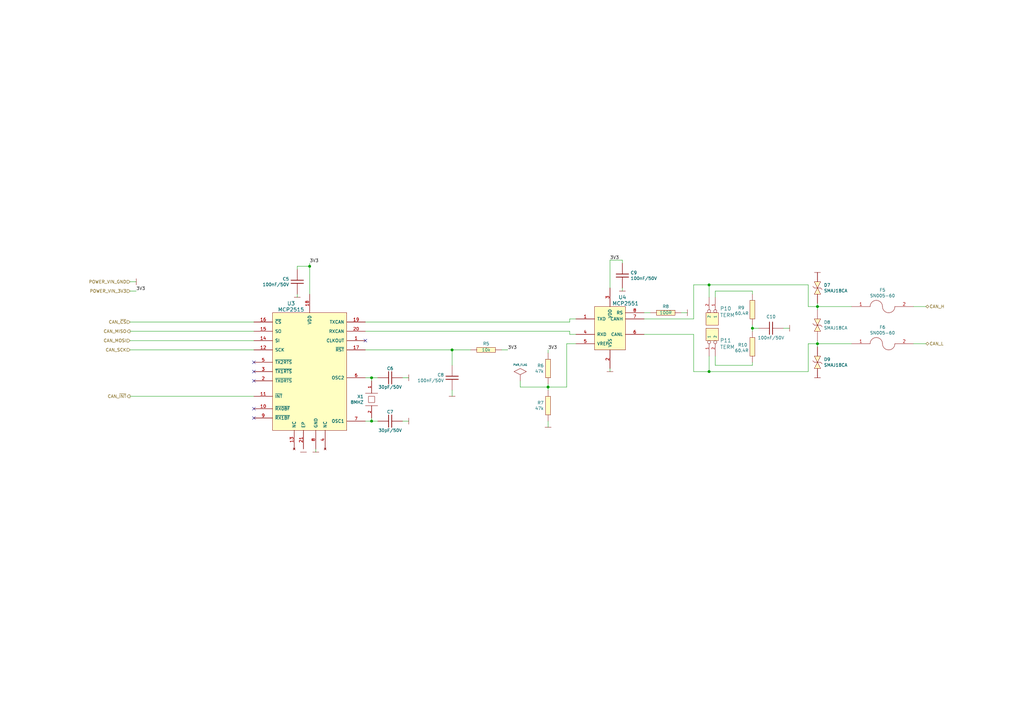
<source format=kicad_sch>
(kicad_sch (version 20210406) (generator eeschema)
  (paper "A3")
  (title_block (title "Standalone CAN BUS to SPI based on MCP2515 and") (date "2021-04-10") (rev "V1.0"))
  (lib_symbols
    (symbol "Capacitors_Smd0603:100n" (pin_numbers hide) (pin_names (offset 0.254))
      (property "Reference" "C" (at 1.27 2.54 0))
      (property "Value" "100n" (at 1.27 -2.54 0))
      (symbol "100n_0_1"
        (polyline (pts (xy 2.54 -0.635) (xy -2.54 -0.635) (xy -2.54 -0.635)) (stroke (width 0.3048)))
        (polyline (pts (xy 2.54 0.635) (xy -2.54 0.635) (xy -2.54 0.635)) (stroke (width 0.3048)))
      )
      (symbol "100n_1_1"
        (pin passive line (at 0 5.08 270) (length 4.4704) (name "~") (number "1"))
        (pin passive line (at 0 -5.08 90) (length 4.4704) (name "~") (number "2"))
      )
    )
    (symbol "Capacitors_Smd0603:100nF_0603" (pin_numbers hide) (pin_names (offset 0.254))
      (property "Reference" "C" (at 1.27 2.54 0))
      (property "Value" "Capacitors_Smd0603_100nF_0603" (at 1.27 -2.54 0))
      (symbol "100nF_0603_0_1"
        (polyline (pts (xy 2.54 -0.635) (xy -2.54 -0.635) (xy -2.54 -0.635)) (stroke (width 0.3048)))
        (polyline (pts (xy 2.54 0.635) (xy -2.54 0.635) (xy -2.54 0.635)) (stroke (width 0.3048)))
      )
      (symbol "100nF_0603_1_1"
        (pin passive line (at 0 5.08 270) (length 4.4704) (name "~") (number "1"))
        (pin passive line (at 0 -5.08 90) (length 4.4704) (name "~") (number "2"))
      )
    )
    (symbol "Capacitors_Smd0603:30pF_0603" (pin_numbers hide) (pin_names (offset 1.016) hide)
      (property "Reference" "C" (at 2.54 2.54 0))
      (property "Value" "30pF_0603" (at -3.81 0 90))
      (symbol "30pF_0603_1_1"
        (polyline (pts (xy 2.54 -0.635) (xy -2.54 -0.635) (xy -2.54 -0.635)) (stroke (width 0.3048)))
        (polyline (pts (xy 2.54 0.635) (xy -2.54 0.635) (xy -2.54 0.635)) (stroke (width 0.3048)))
        (pin passive line (at 0 5.08 270) (length 4.4704) (name "~") (number "1"))
        (pin passive line (at 0 -5.08 90) (length 4.4704) (name "~") (number "2"))
      )
    )
    (symbol "Communication_Interfaces:MCP2515" (pin_names (offset 1.016))
      (property "Reference" "U" (at 7.62 25.4 0))
      (property "Value" "MCP2515" (at 7.62 27.94 0))
      (symbol "MCP2515_0_1"
        (rectangle (start -15.24 24.13) (end 15.24 -24.13) (fill (type background)))
      )
      (symbol "MCP2515_1_1"
        (pin output line (at -22.86 12.7 0) (length 7.62) (name "CLKOUT") (number "1"))
        (pin output line (at 22.86 -15.24 180) (length 7.62) (name "~RX0BF") (number "10"))
        (pin output line (at 22.86 -10.16 180) (length 7.62) (name "~INT") (number "11"))
        (pin input line (at 22.86 8.89 180) (length 7.62) (name "SCK") (number "12"))
        (pin no_connect line (at 6.35 -31.75 90) (length 7.62) (name "NC") (number "13"))
        (pin input line (at 22.86 12.7 180) (length 7.62) (name "SI") (number "14"))
        (pin output line (at 22.86 16.51 180) (length 7.62) (name "SO") (number "15"))
        (pin input line (at 22.86 20.32 180) (length 7.62) (name "~CS") (number "16"))
        (pin input line (at -22.86 8.89 0) (length 7.62) (name "~RST") (number "17"))
        (pin power_in line (at 0 31.75 270) (length 7.62) (name "VDD") (number "18"))
        (pin output line (at -22.86 20.32 0) (length 7.62) (name "TXCAN") (number "19"))
        (pin input line (at 22.86 -3.81 180) (length 7.62) (name "~TX0RTS") (number "2"))
        (pin input line (at -22.86 16.51 0) (length 7.62) (name "RXCAN") (number "20"))
        (pin input line (at 2.54 -31.75 90) (length 7.62) (name "EP") (number "21"))
        (pin input line (at 22.86 0 180) (length 7.62) (name "~TX1RTS") (number "3"))
        (pin no_connect line (at -6.35 -31.75 90) (length 7.62) (name "NC") (number "4"))
        (pin input line (at 22.86 3.81 180) (length 7.62) (name "~TX2RTS") (number "5"))
        (pin output line (at -22.86 -2.54 0) (length 7.62) (name "OSC2") (number "6"))
        (pin input line (at -22.86 -20.32 0) (length 7.62) (name "OSC1") (number "7"))
        (pin power_in line (at -2.54 -31.75 90) (length 7.62) (name "GND") (number "8"))
        (pin output line (at 22.86 -19.05 180) (length 7.62) (name "~RX1BF") (number "9"))
      )
    )
    (symbol "Communication_Interfaces:MCP2551" (pin_names (offset 1.016))
      (property "Reference" "U" (at 6.35 13.97 0))
      (property "Value" "MCP2551" (at 6.35 11.43 0))
      (symbol "MCP2551_0_1"
        (rectangle (start -6.35 8.89) (end 6.35 -8.89) (fill (type background)))
      )
      (symbol "MCP2551_1_1"
        (pin input line (at -13.97 3.81 0) (length 7.62) (name "TXD") (number "1"))
        (pin power_in line (at 0 -16.51 90) (length 7.62) (name "VSS") (number "2"))
        (pin power_in line (at 0 16.51 270) (length 7.62) (name "VDD") (number "3"))
        (pin output line (at -13.97 -2.54 0) (length 7.62) (name "RXD") (number "4"))
        (pin power_in line (at -13.97 -6.35 0) (length 7.62) (name "VREF") (number "5"))
        (pin bidirectional line (at 13.97 -2.54 180) (length 7.62) (name "CANL") (number "6"))
        (pin bidirectional line (at 13.97 3.81 180) (length 7.62) (name "CANH") (number "7"))
        (pin input line (at 13.97 6.35 180) (length 7.62) (name "RS") (number "8"))
      )
    )
    (symbol "Diodes:SMAJ18CA" (pin_numbers hide) (pin_names (offset 1.016) hide)
      (property "Reference" "D" (at 0 6.35 0))
      (property "Value" "SMAJ18CA" (at 0 3.81 0))
      (symbol "SMAJ18CA_0_1"
        (polyline (pts (xy -2.54 1.27) (xy -2.54 -1.27)))
        (polyline (pts (xy 0 -1.27) (xy -0.635 -1.905)))
        (polyline (pts (xy 0 1.27) (xy 0 -1.27)) (stroke (width 0.1524)))
        (polyline (pts (xy 0 1.27) (xy 0.635 1.905)))
        (polyline (pts (xy 2.54 1.27) (xy 2.54 -1.27)))
        (polyline (pts (xy -2.54 1.27) (xy 0 0) (xy -2.54 -1.27)) (fill (type background)))
        (polyline (pts (xy 2.54 1.27) (xy 0 0) (xy 2.54 -1.27)) (fill (type background)))
      )
      (symbol "SMAJ18CA_1_1"
        (pin passive line (at -6.35 0 0) (length 3.81) (name "A") (number "1"))
        (pin passive line (at 6.35 0 180) (length 3.81) (name "K") (number "2"))
      )
    )
    (symbol "Goldpin_2_54mm:GOLDPIN_2_2_54MM" (pin_names (offset 1.016))
      (property "Reference" "P" (at 0 5.08 0))
      (property "Value" "GOLDPIN_2_2_54MM" (at 0 -5.08 0))
      (property "Datasheet" "Goldpins/Components_Documentation/Goldpin_2_54mm.pdf" (at 33.02 15.24 0))
      (symbol "GOLDPIN_2_2_54MM_0_1"
        (rectangle (start -2.54 2.54) (end 2.54 -2.54) (fill (type background)))
      )
      (symbol "GOLDPIN_2_2_54MM_1_1"
        (pin passive inverted (at -8.89 1.27 0) (length 6.35) (name "1") (number "1"))
        (pin passive inverted (at -8.89 -1.27 0) (length 6.35) (name "2") (number "2"))
      )
    )
    (symbol "Ptc_Smd_Fuses:SN005-60" (pin_names (offset 1.016))
      (property "Reference" "F" (at 0 6.35 0))
      (property "Value" "SN005-60" (at 1.27 3.81 0))
      (symbol "SN005-60_0_1"
        (arc (start -2.54 2.54) (end 0 0) (radius (at -2.5654 0) (length 2.54) (angles 89.4 0)))
        (arc (start -5.08 0) (end -2.54 2.54) (radius (at -2.54 -0.0254) (length 2.54) (angles 179.4 90)))
        (arc (start 5.08 0) (end 2.54 -2.54) (radius (at 2.5146 0) (length 2.54) (angles 89.4 0)))
        (arc (start 2.54 -2.54) (end 0 0) (radius (at 2.54 0.0254) (length 2.54) (angles 179.4 90)))
      )
      (symbol "SN005-60_1_1"
        (pin input line (at -12.7 0 0) (length 7.62) (name "~") (number "1"))
        (pin input line (at 12.7 0 180) (length 7.62) (name "~") (number "2"))
      )
    )
    (symbol "Resistors_Smd0603:100R_0603" (pin_numbers hide) (pin_names (offset 0))
      (property "Reference" "R" (at 2.032 0 90))
      (property "Value" "Resistors_Smd0603_100R_0603" (at -2.54 0 90))
      (symbol "100R_0603_0_1"
        (rectangle (start -1.016 3.81) (end 1.016 -3.81) (fill (type background)))
      )
      (symbol "100R_0603_1_1"
        (pin passive line (at 0 6.35 270) (length 2.54) (name "~") (number "1"))
        (pin passive line (at 0 -6.35 90) (length 2.54) (name "~") (number "2"))
      )
    )
    (symbol "Resistors_Smd0603:10k_0603" (pin_numbers hide) (pin_names (offset 0))
      (property "Reference" "R" (at 2.032 0 90))
      (property "Value" "Resistors_Smd0603_10k_0603" (at -2.54 0 90))
      (symbol "10k_0603_0_1"
        (rectangle (start -1.016 3.81) (end 1.016 -3.81) (fill (type background)))
      )
      (symbol "10k_0603_1_1"
        (pin passive line (at 0 6.35 270) (length 2.54) (name "~") (number "1"))
        (pin passive line (at 0 -6.35 90) (length 2.54) (name "~") (number "2"))
      )
    )
    (symbol "Resistors_Smd0603:47k_0603" (pin_numbers hide) (pin_names (offset 0))
      (property "Reference" "R" (at 2.032 0 90))
      (property "Value" "Resistors_Smd0603_47k_0603" (at -2.54 0 90))
      (symbol "47k_0603_0_1"
        (rectangle (start -1.016 3.81) (end 1.016 -3.81) (fill (type background)))
      )
      (symbol "47k_0603_1_1"
        (pin passive line (at 0 6.35 270) (length 2.54) (name "~") (number "1"))
        (pin passive line (at 0 -6.35 90) (length 2.54) (name "~") (number "2"))
      )
    )
    (symbol "Resistors_Smd0805:60.4R" (pin_numbers hide) (pin_names (offset 0))
      (property "Reference" "R" (at 2.032 0 90))
      (property "Value" "60.4R" (at -2.54 0 90))
      (symbol "60.4R_0_1"
        (rectangle (start -1.016 3.81) (end 1.016 -3.81) (fill (type background)))
      )
      (symbol "60.4R_1_1"
        (pin passive line (at 0 6.35 270) (length 2.54) (name "~") (number "1"))
        (pin passive line (at 0 -6.35 90) (length 2.54) (name "~") (number "2"))
      )
    )
    (symbol "Resonators:ABM3AIG-8.000MHZ-8-1R-T" (pin_names (offset 1.016) hide)
      (property "Reference" "X" (at -7.62 0 90))
      (property "Value" "ABM3AIG-8.000MHZ-8-1R-T" (at 7.62 0 90))
      (symbol "ABM3AIG-8.000MHZ-8-1R-T_1_1"
        (polyline (pts (xy -2.54 2.54) (xy -2.54 -2.54)))
        (polyline (pts (xy 2.54 2.54) (xy 2.54 -2.54)))
        (polyline (pts (xy -1.27 1.27) (xy 1.27 1.27) (xy 1.27 -1.27) (xy -1.27 -1.27) (xy -1.27 1.27)))
        (pin passive line (at -7.62 0 0) (length 5.08) (name "1") (number "1"))
        (pin passive line (at 7.62 0 180) (length 5.08) (name "2") (number "2"))
      )
    )
    (symbol "power:GND" (power) (pin_names (offset 0))
      (symbol "GND_0_1"
        (polyline (pts (xy -1.27 0) (xy 1.27 0)))
      )
      (symbol "GND_1_1"
        (pin power_in line (at 0 0 180) (length 0) hide (name "GND") (number "1"))
      )
    )
    (symbol "power:PWR_FLAG" (power) (pin_numbers hide) (pin_names (offset 0) hide)
      (property "Value" "PWR_FLAG" (at 0 5.842 0))
      (symbol "PWR_FLAG_0_0"
        (pin power_out line (at 0 0 90) (length 0) (name "pwr") (number "1"))
      )
      (symbol "PWR_FLAG_0_1"
        (polyline (pts (xy 0 0) (xy 0 2.54) (xy 0 2.54)))
        (polyline (pts (xy 0 2.54) (xy -2.54 3.81) (xy 0 5.08) (xy 2.54 3.81) (xy 0 2.54)))
      )
    )
  )
  (junction (at 127 109.22) (diameter 1.016))
  (junction (at 152.4 154.94) (diameter 1.016))
  (junction (at 152.4 172.72) (diameter 1.016))
  (junction (at 185.42 143.51) (diameter 1.016))
  (junction (at 224.79 158.75) (diameter 1.016))
  (junction (at 290.83 116.84) (diameter 1.016))
  (junction (at 290.83 152.4) (diameter 1.016))
  (junction (at 308.61 134.62) (diameter 1.016))
  (junction (at 335.28 125.73) (diameter 1.016))
  (junction (at 335.28 140.97) (diameter 1.016))
  (no_connect (at 104.14 148.59))
  (no_connect (at 104.14 152.4))
  (no_connect (at 104.14 156.21))
  (no_connect (at 104.14 167.64))
  (no_connect (at 104.14 171.45))
  (no_connect (at 149.86 139.7))
  (wire (pts (xy 53.34 115.57) (xy 55.88 115.57)))
  (wire (pts (xy 55.88 119.38) (xy 53.34 119.38)))
  (wire (pts (xy 104.14 132.08) (xy 53.34 132.08)))
  (wire (pts (xy 104.14 135.89) (xy 53.34 135.89)))
  (wire (pts (xy 104.14 139.7) (xy 53.34 139.7)))
  (wire (pts (xy 104.14 143.51) (xy 53.34 143.51)))
  (wire (pts (xy 104.14 162.56) (xy 53.34 162.56)))
  (wire (pts (xy 121.92 109.22) (xy 121.92 110.49)))
  (wire (pts (xy 121.92 121.92) (xy 121.92 120.65)))
  (wire (pts (xy 127 107.95) (xy 127 109.22)))
  (wire (pts (xy 127 109.22) (xy 121.92 109.22)))
  (wire (pts (xy 127 109.22) (xy 127 120.65)))
  (wire (pts (xy 129.54 184.15) (xy 129.54 185.42)))
  (wire (pts (xy 149.86 132.08) (xy 233.68 132.08)))
  (wire (pts (xy 149.86 135.89) (xy 233.68 135.89)))
  (wire (pts (xy 149.86 143.51) (xy 185.42 143.51)))
  (wire (pts (xy 149.86 154.94) (xy 152.4 154.94)))
  (wire (pts (xy 149.86 172.72) (xy 152.4 172.72)))
  (wire (pts (xy 152.4 154.94) (xy 152.4 156.21)))
  (wire (pts (xy 152.4 154.94) (xy 154.94 154.94)))
  (wire (pts (xy 152.4 172.72) (xy 152.4 171.45)))
  (wire (pts (xy 152.4 172.72) (xy 154.94 172.72)))
  (wire (pts (xy 165.1 154.94) (xy 167.64 154.94)))
  (wire (pts (xy 165.1 172.72) (xy 167.64 172.72)))
  (wire (pts (xy 185.42 143.51) (xy 185.42 149.86)))
  (wire (pts (xy 185.42 143.51) (xy 193.04 143.51)))
  (wire (pts (xy 185.42 160.02) (xy 185.42 162.56)))
  (wire (pts (xy 205.74 143.51) (xy 208.28 143.51)))
  (wire (pts (xy 213.36 158.75) (xy 213.36 156.21)))
  (wire (pts (xy 213.36 158.75) (xy 224.79 158.75)))
  (wire (pts (xy 224.79 143.51) (xy 224.79 144.78)))
  (wire (pts (xy 224.79 157.48) (xy 224.79 158.75)))
  (wire (pts (xy 224.79 158.75) (xy 224.79 160.02)))
  (wire (pts (xy 224.79 158.75) (xy 232.41 158.75)))
  (wire (pts (xy 224.79 172.72) (xy 224.79 175.26)))
  (wire (pts (xy 232.41 140.97) (xy 232.41 158.75)))
  (wire (pts (xy 233.68 130.81) (xy 236.22 130.81)))
  (wire (pts (xy 233.68 132.08) (xy 233.68 130.81)))
  (wire (pts (xy 233.68 135.89) (xy 233.68 137.16)))
  (wire (pts (xy 233.68 137.16) (xy 236.22 137.16)))
  (wire (pts (xy 236.22 140.97) (xy 232.41 140.97)))
  (wire (pts (xy 250.19 106.68) (xy 250.19 118.11)))
  (wire (pts (xy 250.19 106.68) (xy 255.27 106.68)))
  (wire (pts (xy 250.19 151.13) (xy 250.19 152.4)))
  (wire (pts (xy 255.27 106.68) (xy 255.27 107.95)))
  (wire (pts (xy 255.27 118.11) (xy 255.27 119.38)))
  (wire (pts (xy 264.16 128.27) (xy 266.7 128.27)))
  (wire (pts (xy 264.16 130.81) (xy 284.48 130.81)))
  (wire (pts (xy 264.16 137.16) (xy 284.48 137.16)))
  (wire (pts (xy 279.4 128.27) (xy 281.94 128.27)))
  (wire (pts (xy 284.48 116.84) (xy 290.83 116.84)))
  (wire (pts (xy 284.48 130.81) (xy 284.48 116.84)))
  (wire (pts (xy 284.48 137.16) (xy 284.48 152.4)))
  (wire (pts (xy 284.48 152.4) (xy 290.83 152.4)))
  (wire (pts (xy 290.83 116.84) (xy 290.83 121.92)))
  (wire (pts (xy 290.83 116.84) (xy 331.47 116.84)))
  (wire (pts (xy 290.83 146.05) (xy 290.83 152.4)))
  (wire (pts (xy 290.83 152.4) (xy 331.47 152.4)))
  (wire (pts (xy 293.37 119.38) (xy 308.61 119.38)))
  (wire (pts (xy 293.37 121.92) (xy 293.37 119.38)))
  (wire (pts (xy 293.37 146.05) (xy 293.37 149.86)))
  (wire (pts (xy 293.37 149.86) (xy 308.61 149.86)))
  (wire (pts (xy 308.61 119.38) (xy 308.61 120.65)))
  (wire (pts (xy 308.61 133.35) (xy 308.61 134.62)))
  (wire (pts (xy 308.61 134.62) (xy 308.61 135.89)))
  (wire (pts (xy 308.61 134.62) (xy 311.15 134.62)))
  (wire (pts (xy 308.61 148.59) (xy 308.61 149.86)))
  (wire (pts (xy 321.31 134.62) (xy 323.85 134.62)))
  (wire (pts (xy 331.47 116.84) (xy 331.47 125.73)))
  (wire (pts (xy 331.47 125.73) (xy 335.28 125.73)))
  (wire (pts (xy 331.47 140.97) (xy 331.47 152.4)))
  (wire (pts (xy 335.28 124.46) (xy 335.28 125.73)))
  (wire (pts (xy 335.28 125.73) (xy 335.28 127)))
  (wire (pts (xy 335.28 125.73) (xy 349.25 125.73)))
  (wire (pts (xy 335.28 139.7) (xy 335.28 140.97)))
  (wire (pts (xy 335.28 140.97) (xy 331.47 140.97)))
  (wire (pts (xy 335.28 140.97) (xy 349.25 140.97)))
  (wire (pts (xy 335.28 142.24) (xy 335.28 140.97)))
  (wire (pts (xy 374.65 125.73) (xy 379.73 125.73)))
  (wire (pts (xy 379.73 140.97) (xy 374.65 140.97)))
  (label "3V3" (at 55.88 119.38 0))
  (label "3V3" (at 127 107.95 0))
  (label "3V3" (at 208.28 143.51 0))
  (label "3V3" (at 224.79 143.51 0))
  (label "3V3" (at 250.19 106.68 0))
  (hierarchical_label "POWER_VIN_GND" (shape input) (at 53.34 115.57 180))
  (hierarchical_label "POWER_VIN_3V3" (shape input) (at 53.34 119.38 180))
  (hierarchical_label "CAN_~CS~" (shape input) (at 53.34 132.08 180))
  (hierarchical_label "CAN_MISO" (shape output) (at 53.34 135.89 180))
  (hierarchical_label "CAN_MOSI" (shape input) (at 53.34 139.7 180))
  (hierarchical_label "CAN_SCK" (shape input) (at 53.34 143.51 180))
  (hierarchical_label "CAN_~INT~" (shape output) (at 53.34 162.56 180))
  (hierarchical_label "CAN_H" (shape bidirectional) (at 379.73 125.73 0))
  (hierarchical_label "CAN_L" (shape bidirectional) (at 379.73 140.97 0))
  (symbol (lib_id "power:GND") (at 55.88 115.57 270) (mirror x) (unit 1)
    (property "Reference" "#PWR0151" (effects hide))
    (property "Value" "GND" (effects hide))
  )
  (symbol (lib_id "power:GND") (at 121.92 121.92 0) (mirror y) (unit 1)
    (property "Reference" "#PWR0150" (effects hide))
    (property "Value" "GND" (effects hide))
  )
  (symbol (lib_id "power:GND") (at 124.46 185.42 0) (mirror y) (unit 1)
    (property "Reference" "#PWR0148" (effects hide))
    (property "Value" "GND" (effects hide))
  )
  (symbol (lib_id "power:GND") (at 129.54 185.42 0) (mirror y) (unit 1)
    (property "Reference" "#PWR0147" (effects hide))
    (property "Value" "GND" (effects hide))
  )
  (symbol (lib_id "power:GND") (at 167.64 154.94 90) (mirror x) (unit 1)
    (property "Reference" "#PWR0145" (effects hide))
    (property "Value" "GND" (effects hide))
  )
  (symbol (lib_id "power:GND") (at 167.64 172.72 90) (mirror x) (unit 1)
    (property "Reference" "#PWR0146" (effects hide))
    (property "Value" "GND" (effects hide))
  )
  (symbol (lib_id "power:GND") (at 185.42 162.56 0) (mirror y) (unit 1)
    (property "Reference" "#PWR0144" (effects hide))
    (property "Value" "GND" (effects hide))
  )
  (symbol (lib_id "power:GND") (at 224.79 175.26 0) (mirror y) (unit 1)
    (property "Reference" "#PWR0149" (effects hide))
    (property "Value" "GND" (effects hide))
  )
  (symbol (lib_id "power:GND") (at 250.19 152.4 0) (unit 1)
    (property "Reference" "#PWR0143" (effects hide))
    (property "Value" "GND" (effects hide))
  )
  (symbol (lib_id "power:GND") (at 255.27 119.38 0) (unit 1)
    (property "Reference" "#PWR0142" (effects hide))
    (property "Value" "GND" (effects hide))
  )
  (symbol (lib_id "power:GND") (at 281.94 128.27 90) (mirror x) (unit 1)
    (property "Reference" "#PWR0139" (effects hide))
    (property "Value" "GND" (effects hide))
  )
  (symbol (lib_id "power:GND") (at 323.85 134.62 90) (unit 1)
    (property "Reference" "#PWR0141" (effects hide))
    (property "Value" "GND" (effects hide))
  )
  (symbol (lib_id "power:GND") (at 335.28 111.76 0) (unit 1)
    (property "Reference" "#PWR0153" (effects hide))
    (property "Value" "GND" (effects hide))
  )
  (symbol (lib_id "power:GND") (at 335.28 154.94 0) (unit 1)
    (property "Reference" "#PWR0140" (effects hide))
    (property "Value" "GND" (effects hide))
  )
  (symbol (lib_id "Resistors_Smd0603:10k_0603") (at 199.39 143.51 90) (mirror x) (unit 1)
    (property "Reference" "R5" (at 199.39 140.97 90))
    (property "Value" "10k" (at 199.39 143.51 90))
    (property "Footprint" "Resistor_Smd_0603:10k_0603" (effects hide))
    (property "Datasheet" "Resistors/Smd_0603/Components_Documentation/Vishay_Resistors_SM0603.pdf" (effects hide))
    (property "Manufacturer" "ROYAL OHM" (effects hide))
    (property "Manufacturer Part Number" "	0603SAJ0103T5E" (effects hide))
    (property "Supplier" "TME" (effects hide))
    (property "Supplier Part Number" "SMD0603-10K" (effects hide))
    (property "URL" "https://www.tme.eu/pl/details/smd0603-10k/rezystory-smd-0603/royal-ohm/0603saj0103t5e/" (effects hide))
    (property "Price@1pc" "0,04560" (effects hide))
    (property "Price@1000pcs" "0,01111" (effects hide))
    (property "Developer" "WP" (effects hide))
    (property "Package" "0603" (effects hide))
  )
  (symbol (lib_id "Resistors_Smd0603:47k_0603") (at 224.79 151.13 0) (mirror y) (unit 1)
    (property "Reference" "R6" (at 223.0628 149.9616 0) (effects (justify left)))
    (property "Value" "47k" (at 223.0628 152.273 0) (effects (justify left)))
    (property "Footprint" "Resistor_Smd_0603:47k_0603" (effects hide))
    (property "Datasheet" "Resistors/Smd_0603/Components_Documentation/Vishay_Resistors_SM0603.pdf" (effects hide))
    (property "Package" "0603" (effects hide))
  )
  (symbol (lib_id "Resistors_Smd0603:47k_0603") (at 224.79 166.37 0) (mirror y) (unit 1)
    (property "Reference" "R7" (at 223.0628 165.2016 0) (effects (justify left)))
    (property "Value" "47k" (at 223.0628 167.513 0) (effects (justify left)))
    (property "Footprint" "Resistor_Smd_0603:47k_0603" (effects hide))
    (property "Datasheet" "Resistors/Smd_0603/Components_Documentation/Vishay_Resistors_SM0603.pdf" (effects hide))
    (property "Package" "0603" (effects hide))
  )
  (symbol (lib_id "Resistors_Smd0603:100R_0603") (at 273.05 128.27 90) (mirror x) (unit 1)
    (property "Reference" "R8" (at 273.05 125.73 90))
    (property "Value" "100R" (at 273.05 128.27 90))
    (property "Footprint" "Resistor_Smd_0603:100R_0603" (effects hide))
    (property "Datasheet" "Resistors/Smd_0603/Components_Documentation/Vishay_Resistors_SM0603.pdf" (effects hide))
    (property "Package" "0603" (effects hide))
  )
  (symbol (lib_id "Resistors_Smd0805:60.4R") (at 308.61 127 0) (unit 1)
    (property "Reference" "R9" (at 302.6411 126.2391 0) (effects (justify left)))
    (property "Value" "60.4R" (at 301.3711 128.5378 0) (effects (justify left)))
    (property "Footprint" "Resistor_Smd_0805:60.4R_0805" (effects hide))
    (property "Datasheet" "https://www.tme.eu/Document/ec37243ca557adb02ebafc5c1ab83104/CQ%20datasheet.pdf" (effects hide))
    (property "Manufacturer" "Royal Ohm" (effects hide))
    (property "Maunufacturer Part Number" "CQ05S8F604JT5E" (effects hide))
    (property "Supplier" "Tme" (effects hide))
    (property "Supplier Part Number" "CQ0805-60R4-1%" (effects hide))
    (property "URL" "https://www.tme.eu/pl/details/cq0805-60r4-1%25/rezystory-smd-0805/royal-ohm/cq05s8f604jt5e/" (effects hide))
    (property "Price@1pc" "0,11395" (effects hide))
    (property "Price@1000pcs" "0,05716" (effects hide))
    (property "Developer" "MW" (effects hide))
    (property "Package" "0805" (effects hide))
    (property "LCSC Part #(optional)" "C441730" (effects hide))
  )
  (symbol (lib_id "Resistors_Smd0805:60.4R") (at 308.61 142.24 0) (unit 1)
    (property "Reference" "R10" (at 302.6411 141.4791 0) (effects (justify left)))
    (property "Value" "60.4R" (at 301.3711 143.7778 0) (effects (justify left)))
    (property "Footprint" "Resistor_Smd_0805:60.4R_0805" (effects hide))
    (property "Datasheet" "https://www.tme.eu/Document/ec37243ca557adb02ebafc5c1ab83104/CQ%20datasheet.pdf" (effects hide))
    (property "Manufacturer" "Royal Ohm" (effects hide))
    (property "Maunufacturer Part Number" "CQ05S8F604JT5E" (effects hide))
    (property "Supplier" "Tme" (effects hide))
    (property "Supplier Part Number" "CQ0805-60R4-1%" (effects hide))
    (property "URL" "https://www.tme.eu/pl/details/cq0805-60r4-1%25/rezystory-smd-0805/royal-ohm/cq05s8f604jt5e/" (effects hide))
    (property "Price@1pc" "0,11395" (effects hide))
    (property "Price@1000pcs" "0,05716" (effects hide))
    (property "Developer" "MW" (effects hide))
    (property "Package" "0805" (effects hide))
    (property "LCSC Part #(optional)" "C441730" (effects hide))
  )
  (symbol (lib_id "power:PWR_FLAG") (at 213.36 156.21 0) (mirror y) (unit 1)
    (property "Reference" "#FLG0101" (effects hide))
    (property "Value" "PWR_FLAG" (at 213.36 149.6568 0) (effects (font (size 0.762 0.762))))
  )
  (symbol (lib_id "Diodes:SMAJ18CA") (at 335.28 118.11 270) (unit 1)
    (property "Reference" "D7" (at 337.8962 116.9416 90) (effects (justify left)))
    (property "Value" "SMAJ18CA" (at 337.8962 119.253 90) (effects (justify left)))
    (property "Footprint" "Diodes:SMAJ18CA_SMD_DO214AC" (effects hide))
    (property "Datasheet" "D:/Git_Kicad_Library/Schematic/Diodes/Components_Documentation/Littelfuse_TVS-Diode_SMAJ.pdf" (effects hide))
  )
  (symbol (lib_id "Diodes:SMAJ18CA") (at 335.28 133.35 270) (unit 1)
    (property "Reference" "D8" (at 337.8962 132.1816 90) (effects (justify left)))
    (property "Value" "SMAJ18CA" (at 337.8962 134.493 90) (effects (justify left)))
    (property "Footprint" "Diodes:SMAJ18CA_SMD_DO214AC" (effects hide))
    (property "Datasheet" "D:/Git_Kicad_Library/Schematic/Diodes/Components_Documentation/Littelfuse_TVS-Diode_SMAJ.pdf" (effects hide))
  )
  (symbol (lib_id "Diodes:SMAJ18CA") (at 335.28 148.59 270) (unit 1)
    (property "Reference" "D9" (at 337.8962 147.4216 90) (effects (justify left)))
    (property "Value" "SMAJ18CA" (at 337.8962 149.733 90) (effects (justify left)))
    (property "Footprint" "Diodes:SMAJ18CA_SMD_DO214AC" (effects hide))
    (property "Datasheet" "D:/Git_Kicad_Library/Schematic/Diodes/Components_Documentation/Littelfuse_TVS-Diode_SMAJ.pdf" (effects hide))
  )
  (symbol (lib_id "Capacitors_Smd0603:100nF_0603") (at 121.92 115.57 0) (mirror y) (unit 1)
    (property "Reference" "C5" (at 118.5926 114.4016 0) (effects (justify left)))
    (property "Value" "100nF/50V" (at 118.5926 116.713 0) (effects (justify left)))
    (property "Footprint" "Capacitors_Smd_0603:100nF_0603" (effects hide))
    (property "Datasheet" "Capacitors/Smd_0603/Components_Documentation/KEM_C1005_Y5V_SMD.pdf" (effects hide))
    (property "Manufacturer" "SAMSUNG" (effects hide))
    (property "Manufacturer Part Number" "CL10B104JB8NNNC" (effects hide))
    (property "Supplier" "TME" (effects hide))
    (property "Supplier Part Number" "CL10B104JB8NNNC" (effects hide))
    (property "URL" "https://www.tme.eu/pl/details/cl10b104jb8nnnc/kondensatory-mlcc-smd-0603/samsung/" (effects hide))
    (property "Price@1pc" "0,04540" (effects hide))
    (property "Price@1000pcs" "0,02231" (effects hide))
    (property "Package" "0603" (effects hide))
  )
  (symbol (lib_id "Capacitors_Smd0603:30pF_0603") (at 160.02 154.94 90) (mirror x) (unit 1)
    (property "Reference" "C6" (at 160.02 151.13 90))
    (property "Value" "30pF/50V" (at 160.02 158.75 90))
    (property "Footprint" "Capacitors_Smd_0603:30pF_0603" (effects hide))
    (property "Datasheet" "C:/Wiktor/KiCad/KiCadWolowik/Schematic/Capacitors/Smd_0603/Components_Documentation/UPY-GP_NP0_16V-to-50V_16-1109089.pdf" (effects hide))
    (property "Package" "0603" (effects hide))
  )
  (symbol (lib_id "Capacitors_Smd0603:30pF_0603") (at 160.02 172.72 90) (mirror x) (unit 1)
    (property "Reference" "C7" (at 160.02 168.91 90))
    (property "Value" "30pF/50V" (at 160.02 176.53 90))
    (property "Footprint" "Capacitors_Smd_0603:30pF_0603" (effects hide))
    (property "Datasheet" "C:/Wiktor/KiCad/KiCadWolowik/Schematic/Capacitors/Smd_0603/Components_Documentation/UPY-GP_NP0_16V-to-50V_16-1109089.pdf" (effects hide))
    (property "Package" "0603" (effects hide))
  )
  (symbol (lib_id "Capacitors_Smd0603:100nF_0603") (at 185.42 154.94 0) (mirror y) (unit 1)
    (property "Reference" "C8" (at 182.0926 153.7716 0) (effects (justify left)))
    (property "Value" "100nF/50V" (at 182.0926 156.083 0) (effects (justify left)))
    (property "Footprint" "Capacitors_Smd_0603:100nF_0603" (effects hide))
    (property "Datasheet" "Capacitors/Smd_0603/Components_Documentation/KEM_C1005_Y5V_SMD.pdf" (effects hide))
    (property "Manufacturer" "SAMSUNG" (effects hide))
    (property "Manufacturer Part Number" "CL10B104JB8NNNC" (effects hide))
    (property "Supplier" "TME" (effects hide))
    (property "Supplier Part Number" "CL10B104JB8NNNC" (effects hide))
    (property "URL" "https://www.tme.eu/pl/details/cl10b104jb8nnnc/kondensatory-mlcc-smd-0603/samsung/" (effects hide))
    (property "Price@1pc" "0,04540" (effects hide))
    (property "Price@1000pcs" "0,02231" (effects hide))
    (property "Package" "0603" (effects hide))
  )
  (symbol (lib_id "Capacitors_Smd0603:100nF_0603") (at 255.27 113.03 0) (unit 1)
    (property "Reference" "C9" (at 258.5974 111.8616 0) (effects (justify left)))
    (property "Value" "100nF/50V" (at 258.5974 114.173 0) (effects (justify left)))
    (property "Footprint" "Capacitors_Smd_0603:100nF_0603" (effects hide))
    (property "Datasheet" "Capacitors/Smd_0603/Components_Documentation/KEM_C1005_Y5V_SMD.pdf" (effects hide))
    (property "Manufacturer" "SAMSUNG" (effects hide))
    (property "Manufacturer Part Number" "CL10B104JB8NNNC" (effects hide))
    (property "Supplier" "TME" (effects hide))
    (property "Supplier Part Number" "CL10B104JB8NNNC" (effects hide))
    (property "URL" "https://www.tme.eu/pl/details/cl10b104jb8nnnc/kondensatory-mlcc-smd-0603/samsung/" (effects hide))
    (property "Price@1pc" "0,04540" (effects hide))
    (property "Price@1000pcs" "0,02231" (effects hide))
    (property "Package" "0603" (effects hide))
  )
  (symbol (lib_id "Capacitors_Smd0603:100n") (at 316.23 134.62 90) (unit 1)
    (property "Reference" "C10" (at 316.23 129.8914 90))
    (property "Value" "100nF/50V" (at 316.23 138.5401 90))
    (property "Footprint" "Capacitors_Smd_0603:100nF_0603" (effects hide))
    (property "Datasheet" "Capacitors/Smd_0603/Components_Documentation/KEM_C1005_Y5V_SMD.pdf" (effects hide))
    (property "Manufacturer" "SAMSUNG" (effects hide))
    (property "Manufacturer Part Number" "CL10B104JB8NNNC" (effects hide))
    (property "Supplier" "TME" (effects hide))
    (property "Supplier Part Number" "CL10B104JB8NNNC" (effects hide))
    (property "URL" "https://www.tme.eu/pl/details/cl10b104jb8nnnc/kondensatory-mlcc-smd-0603/samsung/" (effects hide))
    (property "Price@1pc" "0,04540" (effects hide))
    (property "Price@1000pcs" "0,02231" (effects hide))
    (property "Package" "0603" (effects hide))
  )
  (symbol (lib_id "Goldpin_2_54mm:GOLDPIN_2_2_54MM") (at 292.1 130.81 270) (unit 1)
    (property "Reference" "P10" (at 295.2751 126.5569 90) (effects (font (size 1.524 1.524)) (justify left)))
    (property "Value" "TERM" (at 295.2751 129.2645 90) (effects (font (size 1.524 1.524)) (justify left)))
    (property "Footprint" "Goldpin:Goldpin_2_2_54mm" (effects hide))
    (property "Datasheet" "Goldpins/Components_Documentation/Goldpin_2_54mm.pdf" (effects hide))
  )
  (symbol (lib_id "Goldpin_2_54mm:GOLDPIN_2_2_54MM") (at 292.1 137.16 90) (unit 1)
    (property "Reference" "P11" (at 295.2751 139.6379 90) (effects (font (size 1.524 1.524)) (justify right)))
    (property "Value" "TERM" (at 295.2751 142.3455 90) (effects (font (size 1.524 1.524)) (justify right)))
    (property "Footprint" "Goldpin:Goldpin_2_2_54mm" (effects hide))
    (property "Datasheet" "Goldpins/Components_Documentation/Goldpin_2_54mm.pdf" (effects hide))
  )
  (symbol (lib_id "Resonators:ABM3AIG-8.000MHZ-8-1R-T") (at 152.4 163.83 90) (mirror x) (unit 1)
    (property "Reference" "X1" (at 149.1488 162.6616 90) (effects (justify left)))
    (property "Value" "8MHZ" (at 149.1488 164.973 90) (effects (justify left)))
    (property "Footprint" "Resonators:ABM3AIG-8.000MHZ-8-1R-T" (effects hide))
    (property "Datasheet" "Resonators/Components_Documentation/ABM8G-106-12.000MHz-T.pdf" (effects hide))
    (property "Manufacturer" "ABRACON" (effects hide))
    (property "Manufacturer Part Number" "ABM3AIG-8.000MHZ-8-1R-T" (effects hide))
    (property "Supplier" "Mouser" (effects hide))
    (property "Supplier Part Number" "815-ABM8G-106-12-T" (effects hide))
    (property "URL" "https://pl.mouser.com/ProductDetail/ABRACON/ABM3AIG-8000MHZ-8-1R-T?qs=sGAEpiMZZMsBj6bBr9Q9aceUnY7rFtqMH0%252BlVheMYfGgMowPft1zuQ%3D%3D" (effects hide))
    (property "Price@1pc" "1,10" (effects hide))
    (property "Price@1000pcs" "0,632" (effects hide))
    (property "Developer" "MW" (effects hide))
  )
  (symbol (lib_id "Ptc_Smd_Fuses:SN005-60") (at 361.95 125.73 0) (unit 1)
    (property "Reference" "F5" (at 361.95 118.9736 0))
    (property "Value" "SN005-60" (at 361.95 121.285 0))
    (property "Footprint" "Smd_Ptc_Fuses:SN005-60" (effects hide))
    (property "Datasheet" "Fuses/Smd_Ptc_Fuses/Components_Documentation/K1008595450.pdf" (effects hide))
    (property "Manufacturer" "ECE" (effects hide))
    (property "Manufacturer Part Number" "SN005-60" (effects hide))
    (property "Supplier" "TME" (effects hide))
    (property "Supplier Part Number" "SN005-60" (effects hide))
    (property "URL" "https://www.tme.eu/pl/details/sn005-60/bezpieczniki-polimerowe-smd/ece/" (effects hide))
    (property "Price@1pc" "0,3509" (effects hide))
    (property "Price@1000pcs" "0,2470" (effects hide))
    (property "Developer" "WP" (effects hide))
    (property "Package" "1206" (effects hide))
  )
  (symbol (lib_id "Ptc_Smd_Fuses:SN005-60") (at 361.95 140.97 0) (unit 1)
    (property "Reference" "F6" (at 361.95 134.2136 0))
    (property "Value" "SN005-60" (at 361.95 136.525 0))
    (property "Footprint" "Smd_Ptc_Fuses:SN005-60" (effects hide))
    (property "Datasheet" "Fuses/Smd_Ptc_Fuses/Components_Documentation/K1008595450.pdf" (effects hide))
    (property "Manufacturer" "ECE" (effects hide))
    (property "Manufacturer Part Number" "SN005-60" (effects hide))
    (property "Supplier" "TME" (effects hide))
    (property "Supplier Part Number" "SN005-60" (effects hide))
    (property "URL" "https://www.tme.eu/pl/details/sn005-60/bezpieczniki-polimerowe-smd/ece/" (effects hide))
    (property "Price@1pc" "0,3509" (effects hide))
    (property "Price@1000pcs" "0,2470" (effects hide))
    (property "Developer" "WP" (effects hide))
    (property "Package" "1206" (effects hide))
  )
  (symbol (lib_id "Communication_Interfaces:MCP2551") (at 250.19 134.62 0) (unit 1)
    (property "Reference" "U4" (at 255.27 121.92 0) (effects (font (size 1.524 1.524))))
    (property "Value" "MCP2551" (at 256.54 124.46 0) (effects (font (size 1.524 1.524))))
    (property "Footprint" "Communication_Interfaces:MCP2551_SO8" (effects hide))
    (property "Datasheet" "Communication_Interfaces/Components_Documentation/mcp2551.pdf" (effects hide))
  )
  (symbol (lib_id "Communication_Interfaces:MCP2515") (at 127 152.4 0) (mirror y) (unit 1)
    (property "Reference" "U3" (at 119.38 124.46 0) (effects (font (size 1.524 1.524))))
    (property "Value" "MCP2515" (at 119.38 127 0) (effects (font (size 1.524 1.524))))
    (property "Footprint" "Communication_Interfaces:MCP2515-I-QFN20" (effects hide))
    (property "Datasheet" "https://pl.mouser.com/datasheet/2/268/MCP2515-Stand-Alone-CAN-Controller-with-SPI-200018-708845.pdf" (effects hide))
    (property "Manufacturer" "Microchip Technology" (effects hide))
    (property "Manufacturer Part Number" "MCP2515-I/ML" (effects hide))
    (property "Supplier" "Mouser" (effects hide))
    (property "Supplier Part Number" "579-MCP2515-I/ML" (effects hide))
    (property "URL" "https://pl.mouser.com/ProductDetail/Microchip-Technology/MCP2515-I-ML?qs=98WN%2FnWUQiTu5rc2r0AUAA%3D%3D" (effects hide))
    (property "Price@1pc" "7,96" (effects hide))
    (property "Price@1000pcs" "4,00" (effects hide))
    (property "Developer" "MW" (effects hide))
    (property "Package" "QFN-20" (effects hide))
    (property "LCSC Part # (optional)" "C96140" (effects hide))
  )
)
</source>
